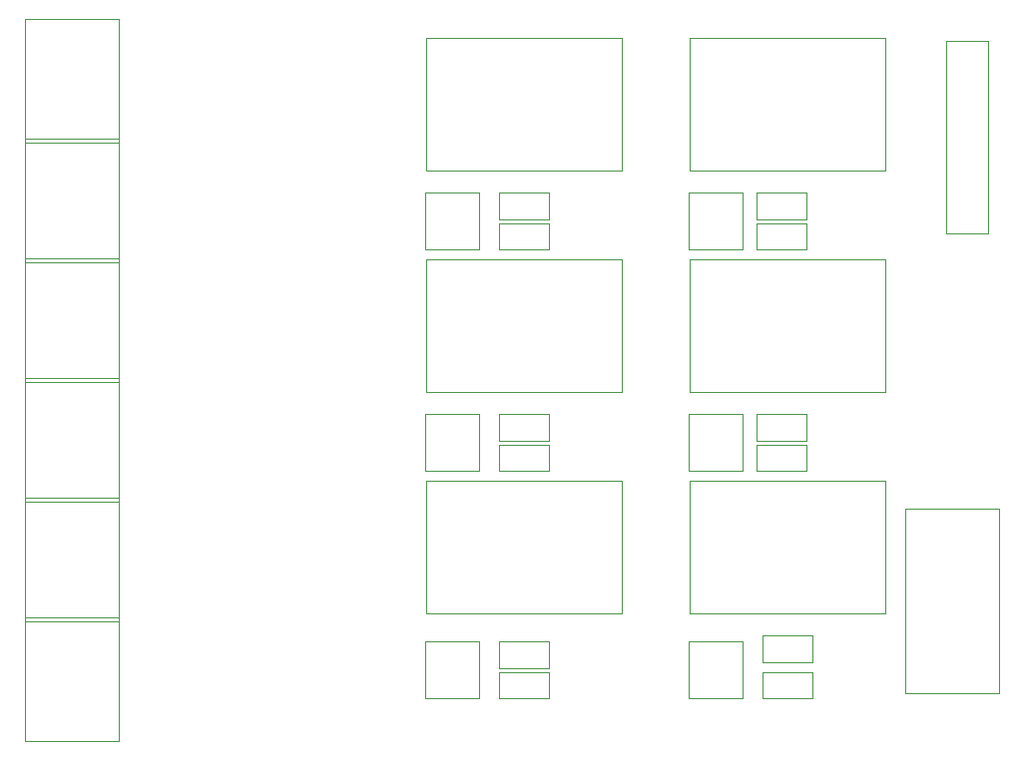
<source format=gbr>
G04 #@! TF.FileFunction,Other,User*
%FSLAX46Y46*%
G04 Gerber Fmt 4.6, Leading zero omitted, Abs format (unit mm)*
G04 Created by KiCad (PCBNEW 4.0.7) date 08/12/18 23:10:55*
%MOMM*%
%LPD*%
G01*
G04 APERTURE LIST*
%ADD10C,0.100000*%
%ADD11C,0.050000*%
G04 APERTURE END LIST*
D10*
D11*
X84718000Y-42578000D02*
X89018000Y-42578000D01*
X84718000Y-42578000D02*
X84718000Y-44788000D01*
X89018000Y-44788000D02*
X89018000Y-42578000D01*
X89018000Y-44788000D02*
X84718000Y-44788000D01*
X89018000Y-47338000D02*
X84718000Y-47338000D01*
X89018000Y-47338000D02*
X89018000Y-45128000D01*
X84718000Y-45128000D02*
X84718000Y-47338000D01*
X84718000Y-45128000D02*
X89018000Y-45128000D01*
X84718000Y-61374000D02*
X89018000Y-61374000D01*
X84718000Y-61374000D02*
X84718000Y-63584000D01*
X89018000Y-63584000D02*
X89018000Y-61374000D01*
X89018000Y-63584000D02*
X84718000Y-63584000D01*
X89018000Y-66134000D02*
X84718000Y-66134000D01*
X89018000Y-66134000D02*
X89018000Y-63924000D01*
X84718000Y-63924000D02*
X84718000Y-66134000D01*
X84718000Y-63924000D02*
X89018000Y-63924000D01*
X89526000Y-85438000D02*
X85226000Y-85438000D01*
X89526000Y-85438000D02*
X89526000Y-83228000D01*
X85226000Y-83228000D02*
X85226000Y-85438000D01*
X85226000Y-83228000D02*
X89526000Y-83228000D01*
X67174000Y-47338000D02*
X62874000Y-47338000D01*
X67174000Y-47338000D02*
X67174000Y-45128000D01*
X62874000Y-45128000D02*
X62874000Y-47338000D01*
X62874000Y-45128000D02*
X67174000Y-45128000D01*
X67174000Y-66134000D02*
X62874000Y-66134000D01*
X67174000Y-66134000D02*
X67174000Y-63924000D01*
X62874000Y-63924000D02*
X62874000Y-66134000D01*
X62874000Y-63924000D02*
X67174000Y-63924000D01*
X67174000Y-85438000D02*
X62874000Y-85438000D01*
X67174000Y-85438000D02*
X67174000Y-83228000D01*
X62874000Y-83228000D02*
X62874000Y-85438000D01*
X62874000Y-83228000D02*
X67174000Y-83228000D01*
X85226000Y-80170000D02*
X89526000Y-80170000D01*
X85226000Y-80170000D02*
X85226000Y-82380000D01*
X89526000Y-82380000D02*
X89526000Y-80170000D01*
X89526000Y-82380000D02*
X85226000Y-82380000D01*
X62874000Y-42578000D02*
X67174000Y-42578000D01*
X62874000Y-42578000D02*
X62874000Y-44788000D01*
X67174000Y-44788000D02*
X67174000Y-42578000D01*
X67174000Y-44788000D02*
X62874000Y-44788000D01*
X62874000Y-61374000D02*
X67174000Y-61374000D01*
X62874000Y-61374000D02*
X62874000Y-63584000D01*
X67174000Y-63584000D02*
X67174000Y-61374000D01*
X67174000Y-63584000D02*
X62874000Y-63584000D01*
X62874000Y-80678000D02*
X67174000Y-80678000D01*
X62874000Y-80678000D02*
X62874000Y-82888000D01*
X67174000Y-82888000D02*
X67174000Y-80678000D01*
X67174000Y-82888000D02*
X62874000Y-82888000D01*
X79056000Y-29402000D02*
X79056000Y-40702000D01*
X79056000Y-40702000D02*
X95696000Y-40702000D01*
X95696000Y-40702000D02*
X95696000Y-29402000D01*
X95696000Y-29402000D02*
X79056000Y-29402000D01*
X79056000Y-48198000D02*
X79056000Y-59498000D01*
X79056000Y-59498000D02*
X95696000Y-59498000D01*
X95696000Y-59498000D02*
X95696000Y-48198000D01*
X95696000Y-48198000D02*
X79056000Y-48198000D01*
X79056000Y-66994000D02*
X79056000Y-78294000D01*
X79056000Y-78294000D02*
X95696000Y-78294000D01*
X95696000Y-78294000D02*
X95696000Y-66994000D01*
X95696000Y-66994000D02*
X79056000Y-66994000D01*
X56704000Y-29402000D02*
X56704000Y-40702000D01*
X56704000Y-40702000D02*
X73344000Y-40702000D01*
X73344000Y-40702000D02*
X73344000Y-29402000D01*
X73344000Y-29402000D02*
X56704000Y-29402000D01*
X56704000Y-48198000D02*
X56704000Y-59498000D01*
X56704000Y-59498000D02*
X73344000Y-59498000D01*
X73344000Y-59498000D02*
X73344000Y-48198000D01*
X73344000Y-48198000D02*
X56704000Y-48198000D01*
X56704000Y-66994000D02*
X56704000Y-78294000D01*
X56704000Y-78294000D02*
X73344000Y-78294000D01*
X73344000Y-78294000D02*
X73344000Y-66994000D01*
X73344000Y-66994000D02*
X56704000Y-66994000D01*
X83530000Y-61334000D02*
X79030000Y-61334000D01*
X79030000Y-61334000D02*
X79030000Y-66184000D01*
X79030000Y-66184000D02*
X83530000Y-66184000D01*
X83530000Y-66184000D02*
X83530000Y-61334000D01*
X83530000Y-80638000D02*
X79030000Y-80638000D01*
X79030000Y-80638000D02*
X79030000Y-85488000D01*
X79030000Y-85488000D02*
X83530000Y-85488000D01*
X83530000Y-85488000D02*
X83530000Y-80638000D01*
X61178000Y-42538000D02*
X56678000Y-42538000D01*
X56678000Y-42538000D02*
X56678000Y-47388000D01*
X56678000Y-47388000D02*
X61178000Y-47388000D01*
X61178000Y-47388000D02*
X61178000Y-42538000D01*
X61178000Y-61334000D02*
X56678000Y-61334000D01*
X56678000Y-61334000D02*
X56678000Y-66184000D01*
X56678000Y-66184000D02*
X61178000Y-66184000D01*
X61178000Y-66184000D02*
X61178000Y-61334000D01*
X61178000Y-80638000D02*
X56678000Y-80638000D01*
X56678000Y-80638000D02*
X56678000Y-85488000D01*
X56678000Y-85488000D02*
X61178000Y-85488000D01*
X61178000Y-85488000D02*
X61178000Y-80638000D01*
X105346000Y-69416000D02*
X105346000Y-85016000D01*
X105346000Y-69416000D02*
X97346000Y-69416000D01*
X97346000Y-85016000D02*
X105346000Y-85016000D01*
X97346000Y-85016000D02*
X97346000Y-69416000D01*
X100816000Y-29696000D02*
X100816000Y-45996000D01*
X100816000Y-45996000D02*
X104416000Y-45996000D01*
X104416000Y-45996000D02*
X104416000Y-29696000D01*
X104416000Y-29696000D02*
X100816000Y-29696000D01*
X22670000Y-38270000D02*
X22670000Y-27770000D01*
X22670000Y-38270000D02*
X30670000Y-38270000D01*
X30670000Y-27770000D02*
X22670000Y-27770000D01*
X30670000Y-27770000D02*
X30670000Y-38270000D01*
X22670000Y-48430000D02*
X22670000Y-37930000D01*
X22670000Y-48430000D02*
X30670000Y-48430000D01*
X30670000Y-37930000D02*
X22670000Y-37930000D01*
X30670000Y-37930000D02*
X30670000Y-48430000D01*
X22670000Y-58590000D02*
X22670000Y-48090000D01*
X22670000Y-58590000D02*
X30670000Y-58590000D01*
X30670000Y-48090000D02*
X22670000Y-48090000D01*
X30670000Y-48090000D02*
X30670000Y-58590000D01*
X22670000Y-68750000D02*
X22670000Y-58250000D01*
X22670000Y-68750000D02*
X30670000Y-68750000D01*
X30670000Y-58250000D02*
X22670000Y-58250000D01*
X30670000Y-58250000D02*
X30670000Y-68750000D01*
X22670000Y-78910000D02*
X22670000Y-68410000D01*
X22670000Y-78910000D02*
X30670000Y-78910000D01*
X30670000Y-68410000D02*
X22670000Y-68410000D01*
X30670000Y-68410000D02*
X30670000Y-78910000D01*
X22670000Y-89070000D02*
X22670000Y-78570000D01*
X22670000Y-89070000D02*
X30670000Y-89070000D01*
X30670000Y-78570000D02*
X22670000Y-78570000D01*
X30670000Y-78570000D02*
X30670000Y-89070000D01*
X83530000Y-42538000D02*
X79030000Y-42538000D01*
X79030000Y-42538000D02*
X79030000Y-47388000D01*
X79030000Y-47388000D02*
X83530000Y-47388000D01*
X83530000Y-47388000D02*
X83530000Y-42538000D01*
M02*

</source>
